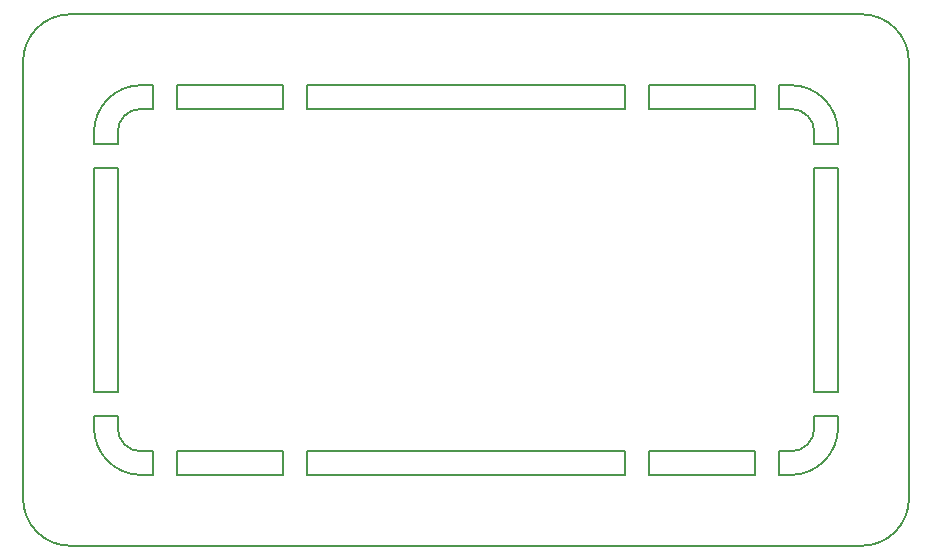
<source format=gbr>
G04 #@! TF.GenerationSoftware,KiCad,Pcbnew,(5.1.2)-2*
G04 #@! TF.CreationDate,2019-08-19T13:15:06+03:00*
G04 #@! TF.ProjectId,SigmaDSP ADAU1452,5369676d-6144-4535-9020-414441553134,rev?*
G04 #@! TF.SameCoordinates,Original*
G04 #@! TF.FileFunction,Profile,NP*
%FSLAX46Y46*%
G04 Gerber Fmt 4.6, Leading zero omitted, Abs format (unit mm)*
G04 Created by KiCad (PCBNEW (5.1.2)-2) date 2019-08-19 13:15:06*
%MOMM*%
%LPD*%
G04 APERTURE LIST*
%ADD10C,0.150000*%
G04 APERTURE END LIST*
D10*
X215000000Y-163000000D02*
G75*
G02X217000000Y-165000000I0J-2000000D01*
G01*
X158000000Y-165000000D02*
G75*
G02X160000000Y-163000000I2000000J0D01*
G01*
X217000000Y-190000000D02*
G75*
G02X215000000Y-192000000I-2000000J0D01*
G01*
X160000000Y-192000000D02*
G75*
G02X158000000Y-190000000I0J2000000D01*
G01*
X163000000Y-192000000D02*
X172000000Y-192000000D01*
X172000000Y-192000000D02*
X172000000Y-194000000D01*
X172000000Y-194000000D02*
X163000000Y-194000000D01*
X163000000Y-194000000D02*
X163000000Y-192000000D01*
X174000000Y-192000000D02*
X174000000Y-194000000D01*
X174000000Y-194000000D02*
X201000000Y-194000000D01*
X201000000Y-194000000D02*
X201000000Y-192000000D01*
X201000000Y-192000000D02*
X174000000Y-192000000D01*
X203000000Y-192000000D02*
X203000000Y-194000000D01*
X203000000Y-194000000D02*
X211000000Y-194000000D01*
X211000000Y-192000000D02*
X203000000Y-192000000D01*
X160000000Y-192000000D02*
X161000000Y-192000000D01*
X161000000Y-192000000D02*
X161000000Y-194000000D01*
X161000000Y-194000000D02*
X160000000Y-194000000D01*
X158000000Y-190000000D02*
X158000000Y-189000000D01*
X158000000Y-189000000D02*
X156000000Y-189000000D01*
X156000000Y-189000000D02*
X156000000Y-190000000D01*
X160000000Y-194000000D02*
G75*
G02X156000000Y-190000000I0J4000000D01*
G01*
X160000000Y-163000000D02*
X161000000Y-163000000D01*
X161000000Y-163000000D02*
X161000000Y-161000000D01*
X161000000Y-161000000D02*
X160000000Y-161000000D01*
X158000000Y-165000000D02*
X158000000Y-166000000D01*
X158000000Y-166000000D02*
X156000000Y-166000000D01*
X156000000Y-166000000D02*
X156000000Y-165000000D01*
X156000000Y-165000000D02*
G75*
G02X160000000Y-161000000I4000000J0D01*
G01*
X215000000Y-163000000D02*
X214000000Y-163000000D01*
X214000000Y-163000000D02*
X214000000Y-161000000D01*
X214000000Y-161000000D02*
X215000000Y-161000000D01*
X217000000Y-165000000D02*
X217000000Y-166000000D01*
X217000000Y-166000000D02*
X219000000Y-166000000D01*
X219000000Y-166000000D02*
X219000000Y-165000000D01*
X215000000Y-161000000D02*
G75*
G02X219000000Y-165000000I0J-4000000D01*
G01*
X217000000Y-190000000D02*
X217000000Y-189000000D01*
X217000000Y-189000000D02*
X219000000Y-189000000D01*
X219000000Y-189000000D02*
X219000000Y-190000000D01*
X215000000Y-192000000D02*
X214000000Y-192000000D01*
X214000000Y-192000000D02*
X214000000Y-194000000D01*
X219000000Y-190000000D02*
G75*
G02X215000000Y-194000000I-4000000J0D01*
G01*
X214000000Y-194000000D02*
X215000000Y-194000000D01*
X158000000Y-187000000D02*
X156000000Y-187000000D01*
X156000000Y-187000000D02*
X156000000Y-168000000D01*
X156000000Y-168000000D02*
X158000000Y-168000000D01*
X158000000Y-168000000D02*
X158000000Y-187000000D01*
X217000000Y-187000000D02*
X219000000Y-187000000D01*
X219000000Y-187000000D02*
X219000000Y-168000000D01*
X219000000Y-168000000D02*
X217000000Y-168000000D01*
X217000000Y-168000000D02*
X217000000Y-187000000D01*
X163000000Y-163000000D02*
X163000000Y-161000000D01*
X163000000Y-161000000D02*
X172000000Y-161000000D01*
X172000000Y-161000000D02*
X172000000Y-163000000D01*
X172000000Y-163000000D02*
X163000000Y-163000000D01*
X212000000Y-163000000D02*
X203000000Y-163000000D01*
X203000000Y-163000000D02*
X203000000Y-161000000D01*
X203000000Y-161000000D02*
X212000000Y-161000000D01*
X212000000Y-161000000D02*
X212000000Y-163000000D01*
X174000000Y-163000000D02*
X174000000Y-161000000D01*
X174000000Y-161000000D02*
X201000000Y-161000000D01*
X201000000Y-161000000D02*
X201000000Y-163000000D01*
X201000000Y-163000000D02*
X174000000Y-163000000D01*
X150000000Y-159000000D02*
G75*
G02X154000000Y-155000000I4000000J0D01*
G01*
X221000000Y-155000000D02*
G75*
G02X225000000Y-159000000I0J-4000000D01*
G01*
X225000000Y-196000000D02*
G75*
G02X221000000Y-200000000I-4000000J0D01*
G01*
X154000000Y-200000000D02*
G75*
G02X150000000Y-196000000I0J4000000D01*
G01*
X154000000Y-200000000D02*
X221000000Y-200000000D01*
X225000000Y-196000000D02*
X225000000Y-159000000D01*
X221000000Y-155000000D02*
X154000000Y-155000000D01*
X150000000Y-159000000D02*
X150000000Y-196000000D01*
X211000000Y-192000000D02*
X212000000Y-192000000D01*
X212000000Y-192000000D02*
X212000000Y-194000000D01*
X212000000Y-194000000D02*
X211000000Y-194000000D01*
M02*

</source>
